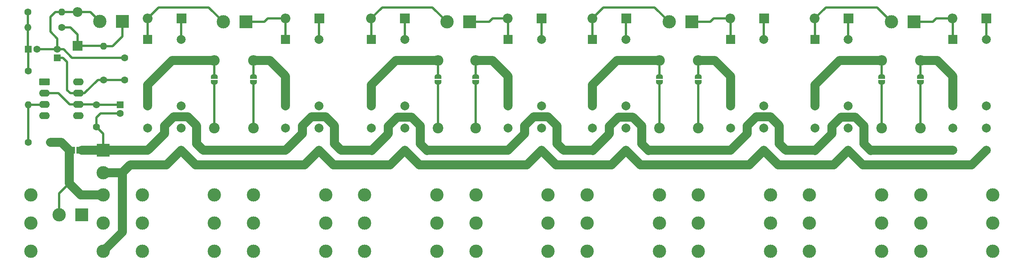
<source format=gtl>
%TF.GenerationSoftware,KiCad,Pcbnew,9.0.0+dfsg-1*%
%TF.CreationDate,2025-03-12T17:51:07+01:00*%
%TF.ProjectId,relays-array-8,72656c61-7973-42d6-9172-7261792d382e,1.0*%
%TF.SameCoordinates,Original*%
%TF.FileFunction,Copper,L1,Top*%
%TF.FilePolarity,Positive*%
%FSLAX46Y46*%
G04 Gerber Fmt 4.6, Leading zero omitted, Abs format (unit mm)*
G04 Created by KiCad (PCBNEW 9.0.0+dfsg-1) date 2025-03-12 17:51:07*
%MOMM*%
%LPD*%
G01*
G04 APERTURE LIST*
G04 Aperture macros list*
%AMRoundRect*
0 Rectangle with rounded corners*
0 $1 Rounding radius*
0 $2 $3 $4 $5 $6 $7 $8 $9 X,Y pos of 4 corners*
0 Add a 4 corners polygon primitive as box body*
4,1,4,$2,$3,$4,$5,$6,$7,$8,$9,$2,$3,0*
0 Add four circle primitives for the rounded corners*
1,1,$1+$1,$2,$3*
1,1,$1+$1,$4,$5*
1,1,$1+$1,$6,$7*
1,1,$1+$1,$8,$9*
0 Add four rect primitives between the rounded corners*
20,1,$1+$1,$2,$3,$4,$5,0*
20,1,$1+$1,$4,$5,$6,$7,0*
20,1,$1+$1,$6,$7,$8,$9,0*
20,1,$1+$1,$8,$9,$2,$3,0*%
%AMFreePoly0*
4,1,23,0.500000,-0.750000,0.000000,-0.750000,0.000000,-0.745722,-0.065263,-0.745722,-0.191342,-0.711940,-0.304381,-0.646677,-0.396677,-0.554381,-0.461940,-0.441342,-0.495722,-0.315263,-0.495722,-0.250000,-0.500000,-0.250000,-0.500000,0.250000,-0.495722,0.250000,-0.495722,0.315263,-0.461940,0.441342,-0.396677,0.554381,-0.304381,0.646677,-0.191342,0.711940,-0.065263,0.745722,0.000000,0.745722,
0.000000,0.750000,0.500000,0.750000,0.500000,-0.750000,0.500000,-0.750000,$1*%
%AMFreePoly1*
4,1,23,0.000000,0.745722,0.065263,0.745722,0.191342,0.711940,0.304381,0.646677,0.396677,0.554381,0.461940,0.441342,0.495722,0.315263,0.495722,0.250000,0.500000,0.250000,0.500000,-0.250000,0.495722,-0.250000,0.495722,-0.315263,0.461940,-0.441342,0.396677,-0.554381,0.304381,-0.646677,0.191342,-0.711940,0.065263,-0.745722,0.000000,-0.745722,0.000000,-0.750000,-0.500000,-0.750000,
-0.500000,0.750000,0.000000,0.750000,0.000000,0.745722,0.000000,0.745722,$1*%
G04 Aperture macros list end*
%TA.AperFunction,ComponentPad*%
%ADD10C,2.000000*%
%TD*%
%TA.AperFunction,ComponentPad*%
%ADD11R,2.000000X2.000000*%
%TD*%
%TA.AperFunction,ComponentPad*%
%ADD12C,2.400000*%
%TD*%
%TA.AperFunction,ComponentPad*%
%ADD13O,2.400000X2.400000*%
%TD*%
%TA.AperFunction,ComponentPad*%
%ADD14R,3.000000X3.000000*%
%TD*%
%TA.AperFunction,ComponentPad*%
%ADD15C,3.000000*%
%TD*%
%TA.AperFunction,ComponentPad*%
%ADD16R,2.200000X2.200000*%
%TD*%
%TA.AperFunction,ComponentPad*%
%ADD17O,2.200000X2.200000*%
%TD*%
%TA.AperFunction,ComponentPad*%
%ADD18C,1.600000*%
%TD*%
%TA.AperFunction,ComponentPad*%
%ADD19O,1.600000X1.600000*%
%TD*%
%TA.AperFunction,SMDPad,CuDef*%
%ADD20FreePoly0,270.000000*%
%TD*%
%TA.AperFunction,SMDPad,CuDef*%
%ADD21FreePoly1,270.000000*%
%TD*%
%TA.AperFunction,ComponentPad*%
%ADD22R,1.600000X1.600000*%
%TD*%
%TA.AperFunction,ComponentPad*%
%ADD23RoundRect,0.250000X-0.950000X-0.550000X0.950000X-0.550000X0.950000X0.550000X-0.950000X0.550000X0*%
%TD*%
%TA.AperFunction,ComponentPad*%
%ADD24O,2.400000X1.600000*%
%TD*%
%TA.AperFunction,SMDPad,CuDef*%
%ADD25R,1.000000X1.500000*%
%TD*%
%TA.AperFunction,Conductor*%
%ADD26C,0.500000*%
%TD*%
%TA.AperFunction,Conductor*%
%ADD27C,2.000000*%
%TD*%
G04 APERTURE END LIST*
D10*
%TO.P,K6,11*%
%TO.N,Net-(J8-PadS)*%
X196000000Y-95000000D03*
%TO.P,K6,12*%
%TO.N,Net-(JP6-A)*%
X196000000Y-90000000D03*
%TO.P,K6,14*%
%TO.N,/SIGNAL*%
X196000000Y-100000000D03*
%TO.P,K6,21*%
%TO.N,Net-(J8-PadT)*%
X203500000Y-95000000D03*
%TO.P,K6,22*%
%TO.N,Net-(JP6-B)*%
X203500000Y-90000000D03*
%TO.P,K6,24*%
%TO.N,GND*%
X203500000Y-100000000D03*
D11*
%TO.P,K6,A1*%
%TO.N,Net-(D6-A)*%
X196000000Y-75000000D03*
D10*
%TO.P,K6,A2*%
%TO.N,+12V*%
X203500000Y-75000000D03*
%TD*%
%TO.P,K3,11*%
%TO.N,Net-(J4-PadS)*%
X115270000Y-95000000D03*
%TO.P,K3,12*%
%TO.N,Net-(JP4-A)*%
X115270000Y-90000000D03*
%TO.P,K3,14*%
%TO.N,/SIGNAL*%
X115270000Y-100000000D03*
%TO.P,K3,21*%
%TO.N,Net-(J4-PadT)*%
X122770000Y-95000000D03*
%TO.P,K3,22*%
%TO.N,Net-(JP4-B)*%
X122770000Y-90000000D03*
%TO.P,K3,24*%
%TO.N,GND*%
X122770000Y-100000000D03*
D11*
%TO.P,K3,A1*%
%TO.N,Net-(D3-A)*%
X115270000Y-75000000D03*
D10*
%TO.P,K3,A2*%
%TO.N,+12V*%
X122770000Y-75000000D03*
%TD*%
D12*
%TO.P,R3,1*%
%TO.N,Net-(JP4-B)*%
X130270000Y-95000000D03*
D13*
%TO.P,R3,2*%
%TO.N,Net-(JP4-A)*%
X130270000Y-79760000D03*
%TD*%
D14*
%TO.P,J16,1,Pin_1*%
%TO.N,GND*%
X50180000Y-114500000D03*
D15*
%TO.P,J16,2,Pin_2*%
%TO.N,Net-(J16-Pin_2)*%
X45100000Y-114500000D03*
%TD*%
D10*
%TO.P,K7,11*%
%TO.N,Net-(J11-PadS)*%
X215000000Y-95000000D03*
%TO.P,K7,12*%
%TO.N,Net-(JP8-A)*%
X215000000Y-90000000D03*
%TO.P,K7,14*%
%TO.N,/SIGNAL*%
X215000000Y-100000000D03*
%TO.P,K7,21*%
%TO.N,Net-(J11-PadT)*%
X222500000Y-95000000D03*
%TO.P,K7,22*%
%TO.N,Net-(JP8-B)*%
X222500000Y-90000000D03*
%TO.P,K7,24*%
%TO.N,GND*%
X222500000Y-100000000D03*
D11*
%TO.P,K7,A1*%
%TO.N,Net-(D7-A)*%
X215000000Y-75000000D03*
D10*
%TO.P,K7,A2*%
%TO.N,+12V*%
X222500000Y-75000000D03*
%TD*%
D15*
%TO.P,J12,R*%
%TO.N,unconnected-(J12-PadR)*%
X255000000Y-116350000D03*
%TO.P,J12,RN*%
%TO.N,unconnected-(J12-PadRN)*%
X238770000Y-116350000D03*
%TO.P,J12,S*%
%TO.N,Net-(J12-PadS)*%
X255000000Y-122700000D03*
%TO.P,J12,SN*%
%TO.N,unconnected-(J12-PadSN)*%
X238770000Y-122700000D03*
%TO.P,J12,T*%
%TO.N,Net-(J12-PadT)*%
X255000000Y-110000000D03*
%TO.P,J12,TN*%
%TO.N,unconnected-(J12-PadTN)*%
X238770000Y-110000000D03*
%TD*%
D12*
%TO.P,R4,1*%
%TO.N,Net-(JP5-B)*%
X138750000Y-95000000D03*
D13*
%TO.P,R4,2*%
%TO.N,Net-(JP5-A)*%
X138750000Y-79760000D03*
%TD*%
D16*
%TO.P,D2,1,K*%
%TO.N,+12V*%
X103560000Y-70250000D03*
D17*
%TO.P,D2,2,A*%
%TO.N,Net-(D2-A)*%
X95940000Y-70250000D03*
%TD*%
D18*
%TO.P,C2,1*%
%TO.N,Net-(U1-+)*%
X38100000Y-98200000D03*
%TO.P,C2,2*%
%TO.N,Net-(J16-Pin_2)*%
X43100000Y-98200000D03*
%TD*%
%TO.P,R13,1*%
%TO.N,VCC*%
X55100000Y-84100000D03*
D19*
%TO.P,R13,2*%
%TO.N,+12V*%
X55100000Y-76480000D03*
%TD*%
D16*
%TO.P,D7,1,K*%
%TO.N,+12V*%
X222560000Y-70250000D03*
D17*
%TO.P,D7,2,A*%
%TO.N,Net-(D7-A)*%
X214940000Y-70250000D03*
%TD*%
D16*
%TO.P,D6,1,K*%
%TO.N,+12V*%
X203560000Y-70250000D03*
D17*
%TO.P,D6,2,A*%
%TO.N,Net-(D6-A)*%
X195940000Y-70250000D03*
%TD*%
D14*
%TO.P,J9,1,Pin_1*%
%TO.N,Net-(D6-A)*%
X187290000Y-71000000D03*
D15*
%TO.P,J9,2,Pin_2*%
%TO.N,Net-(D5-A)*%
X182210000Y-71000000D03*
%TD*%
D20*
%TO.P,JP9,1,A*%
%TO.N,Net-(JP9-A)*%
X238750000Y-83350000D03*
D21*
%TO.P,JP9,2,B*%
%TO.N,Net-(JP9-B)*%
X238750000Y-84650000D03*
%TD*%
D22*
%TO.P,C8,1*%
%TO.N,Net-(U1--)*%
X58800000Y-89700000D03*
D18*
%TO.P,C8,2*%
%TO.N,/SIGNAL*%
X58800000Y-91700000D03*
%TD*%
D16*
%TO.P,D3,1,K*%
%TO.N,+12V*%
X122830000Y-70250000D03*
D17*
%TO.P,D3,2,A*%
%TO.N,Net-(D3-A)*%
X115210000Y-70250000D03*
%TD*%
D12*
%TO.P,R7,1*%
%TO.N,Net-(JP8-B)*%
X230000000Y-95000000D03*
D13*
%TO.P,R7,2*%
%TO.N,Net-(JP8-A)*%
X230000000Y-79760000D03*
%TD*%
D10*
%TO.P,K4,11*%
%TO.N,Net-(J5-PadS)*%
X146000000Y-95000000D03*
%TO.P,K4,12*%
%TO.N,Net-(JP5-A)*%
X146000000Y-90000000D03*
%TO.P,K4,14*%
%TO.N,/SIGNAL*%
X146000000Y-100000000D03*
%TO.P,K4,21*%
%TO.N,Net-(J5-PadT)*%
X153500000Y-95000000D03*
%TO.P,K4,22*%
%TO.N,Net-(JP5-B)*%
X153500000Y-90000000D03*
%TO.P,K4,24*%
%TO.N,GND*%
X153500000Y-100000000D03*
D11*
%TO.P,K4,A1*%
%TO.N,Net-(D4-A)*%
X146000000Y-75000000D03*
D10*
%TO.P,K4,A2*%
%TO.N,+12V*%
X153500000Y-75000000D03*
%TD*%
D16*
%TO.P,D8,1,K*%
%TO.N,+12V*%
X253560000Y-70250000D03*
D17*
%TO.P,D8,2,A*%
%TO.N,Net-(D8-A)*%
X245940000Y-70250000D03*
%TD*%
D15*
%TO.P,J4,R*%
%TO.N,unconnected-(J4-PadR)*%
X130000000Y-116350000D03*
%TO.P,J4,RN*%
%TO.N,unconnected-(J4-PadRN)*%
X113770000Y-116350000D03*
%TO.P,J4,S*%
%TO.N,Net-(J4-PadS)*%
X130000000Y-122700000D03*
%TO.P,J4,SN*%
%TO.N,unconnected-(J4-PadSN)*%
X113770000Y-122700000D03*
%TO.P,J4,T*%
%TO.N,Net-(J4-PadT)*%
X130000000Y-110000000D03*
%TO.P,J4,TN*%
%TO.N,unconnected-(J4-PadTN)*%
X113770000Y-110000000D03*
%TD*%
D12*
%TO.P,R5,1*%
%TO.N,Net-(JP7-B)*%
X180000000Y-95000000D03*
D13*
%TO.P,R5,2*%
%TO.N,Net-(JP7-A)*%
X180000000Y-79760000D03*
%TD*%
D15*
%TO.P,J2,R*%
%TO.N,unconnected-(J2-PadR)*%
X105000000Y-116350000D03*
%TO.P,J2,RN*%
%TO.N,unconnected-(J2-PadRN)*%
X88770000Y-116350000D03*
%TO.P,J2,S*%
%TO.N,Net-(J2-PadS)*%
X105000000Y-122700000D03*
%TO.P,J2,SN*%
%TO.N,unconnected-(J2-PadSN)*%
X88770000Y-122700000D03*
%TO.P,J2,T*%
%TO.N,Net-(J2-PadT)*%
X105000000Y-110000000D03*
%TO.P,J2,TN*%
%TO.N,unconnected-(J2-PadTN)*%
X88770000Y-110000000D03*
%TD*%
D22*
%TO.P,C10,1*%
%TO.N,GNDS*%
X38100000Y-77200000D03*
D18*
%TO.P,C10,2*%
%TO.N,GND*%
X40100000Y-77200000D03*
%TD*%
D16*
%TO.P,D9,1,K*%
%TO.N,+12V*%
X49200000Y-76410000D03*
D17*
%TO.P,D9,2,A*%
%TO.N,GND*%
X49200000Y-68790000D03*
%TD*%
D16*
%TO.P,D4,1,K*%
%TO.N,+12V*%
X153560000Y-70250000D03*
D17*
%TO.P,D4,2,A*%
%TO.N,Net-(D4-A)*%
X145940000Y-70250000D03*
%TD*%
D15*
%TO.P,J14,R*%
%TO.N,unconnected-(J14-PadR)*%
X55000000Y-116350000D03*
%TO.P,J14,RN*%
%TO.N,unconnected-(J14-PadRN)*%
X38770000Y-116350000D03*
%TO.P,J14,S*%
%TO.N,GND*%
X55000000Y-122700000D03*
%TO.P,J14,SN*%
%TO.N,unconnected-(J14-PadSN)*%
X38770000Y-122700000D03*
%TO.P,J14,T*%
%TO.N,Net-(J16-Pin_2)*%
X55000000Y-110000000D03*
%TO.P,J14,TN*%
%TO.N,unconnected-(J14-PadTN)*%
X38770000Y-110000000D03*
%TD*%
D12*
%TO.P,R2,1*%
%TO.N,Net-(JP2-B)*%
X88750000Y-95000000D03*
D13*
%TO.P,R2,2*%
%TO.N,Net-(JP2-A)*%
X88750000Y-79760000D03*
%TD*%
D15*
%TO.P,J8,R*%
%TO.N,unconnected-(J8-PadR)*%
X205000000Y-116350000D03*
%TO.P,J8,RN*%
%TO.N,unconnected-(J8-PadRN)*%
X188770000Y-116350000D03*
%TO.P,J8,S*%
%TO.N,Net-(J8-PadS)*%
X205000000Y-122700000D03*
%TO.P,J8,SN*%
%TO.N,unconnected-(J8-PadSN)*%
X188770000Y-122700000D03*
%TO.P,J8,T*%
%TO.N,Net-(J8-PadT)*%
X205000000Y-110000000D03*
%TO.P,J8,TN*%
%TO.N,unconnected-(J8-PadTN)*%
X188770000Y-110000000D03*
%TD*%
D10*
%TO.P,K1,11*%
%TO.N,Net-(J1-PadS)*%
X65000000Y-95000000D03*
%TO.P,K1,12*%
%TO.N,Net-(JP3-A)*%
X65000000Y-90000000D03*
%TO.P,K1,14*%
%TO.N,/SIGNAL*%
X65000000Y-100000000D03*
%TO.P,K1,21*%
%TO.N,Net-(J1-PadT)*%
X72500000Y-95000000D03*
%TO.P,K1,22*%
%TO.N,Net-(JP3-B)*%
X72500000Y-90000000D03*
%TO.P,K1,24*%
%TO.N,GND*%
X72500000Y-100000000D03*
D11*
%TO.P,K1,A1*%
%TO.N,Net-(D1-A)*%
X65000000Y-75000000D03*
D10*
%TO.P,K1,A2*%
%TO.N,+12V*%
X72500000Y-75000000D03*
%TD*%
D16*
%TO.P,D1,1,K*%
%TO.N,+12V*%
X72560000Y-70250000D03*
D17*
%TO.P,D1,2,A*%
%TO.N,Net-(D1-A)*%
X64940000Y-70250000D03*
%TD*%
D18*
%TO.P,R16,1*%
%TO.N,GNDS*%
X38100000Y-82080000D03*
D19*
%TO.P,R16,2*%
%TO.N,Net-(U1-+)*%
X38100000Y-89700000D03*
%TD*%
D15*
%TO.P,J1,R*%
%TO.N,unconnected-(J1-PadR)*%
X80000000Y-116350000D03*
%TO.P,J1,RN*%
%TO.N,unconnected-(J1-PadRN)*%
X63770000Y-116350000D03*
%TO.P,J1,S*%
%TO.N,Net-(J1-PadS)*%
X80000000Y-122700000D03*
%TO.P,J1,SN*%
%TO.N,unconnected-(J1-PadSN)*%
X63770000Y-122700000D03*
%TO.P,J1,T*%
%TO.N,Net-(J1-PadT)*%
X80000000Y-110000000D03*
%TO.P,J1,TN*%
%TO.N,unconnected-(J1-PadTN)*%
X63770000Y-110000000D03*
%TD*%
D12*
%TO.P,R8,1*%
%TO.N,Net-(JP9-B)*%
X238750000Y-95000000D03*
D13*
%TO.P,R8,2*%
%TO.N,Net-(JP9-A)*%
X238750000Y-79760000D03*
%TD*%
D16*
%TO.P,D5,1,K*%
%TO.N,+12V*%
X172560000Y-70250000D03*
D17*
%TO.P,D5,2,A*%
%TO.N,Net-(D5-A)*%
X164940000Y-70250000D03*
%TD*%
D20*
%TO.P,JP5,1,A*%
%TO.N,Net-(JP5-A)*%
X138750000Y-83350000D03*
D21*
%TO.P,JP5,2,B*%
%TO.N,Net-(JP5-B)*%
X138750000Y-84650000D03*
%TD*%
D10*
%TO.P,K2,11*%
%TO.N,Net-(J2-PadS)*%
X96000000Y-95000000D03*
%TO.P,K2,12*%
%TO.N,Net-(JP2-A)*%
X96000000Y-90000000D03*
%TO.P,K2,14*%
%TO.N,/SIGNAL*%
X96000000Y-100000000D03*
%TO.P,K2,21*%
%TO.N,Net-(J2-PadT)*%
X103500000Y-95000000D03*
%TO.P,K2,22*%
%TO.N,Net-(JP2-B)*%
X103500000Y-90000000D03*
%TO.P,K2,24*%
%TO.N,GND*%
X103500000Y-100000000D03*
D11*
%TO.P,K2,A1*%
%TO.N,Net-(D2-A)*%
X96000000Y-75000000D03*
D10*
%TO.P,K2,A2*%
%TO.N,+12V*%
X103500000Y-75000000D03*
%TD*%
D18*
%TO.P,R9,1*%
%TO.N,GND*%
X59300000Y-107600000D03*
D19*
%TO.P,R9,2*%
%TO.N,/SIGNAL*%
X59300000Y-99980000D03*
%TD*%
D20*
%TO.P,JP7,1,A*%
%TO.N,Net-(JP7-A)*%
X180000000Y-83350000D03*
D21*
%TO.P,JP7,2,B*%
%TO.N,Net-(JP7-B)*%
X180000000Y-84650000D03*
%TD*%
D18*
%TO.P,C1,1*%
%TO.N,/SIGNAL*%
X53500000Y-94700000D03*
%TO.P,C1,2*%
%TO.N,Net-(U1--)*%
X53500000Y-89700000D03*
%TD*%
D12*
%TO.P,R1,1*%
%TO.N,Net-(JP3-B)*%
X80000000Y-95000000D03*
D13*
%TO.P,R1,2*%
%TO.N,Net-(JP3-A)*%
X80000000Y-79760000D03*
%TD*%
D20*
%TO.P,JP6,1,A*%
%TO.N,Net-(JP6-A)*%
X188750000Y-83350000D03*
D21*
%TO.P,JP6,2,B*%
%TO.N,Net-(JP6-B)*%
X188750000Y-84650000D03*
%TD*%
D14*
%TO.P,J6,1,Pin_1*%
%TO.N,Net-(D4-A)*%
X137330000Y-71000000D03*
D15*
%TO.P,J6,2,Pin_2*%
%TO.N,Net-(D3-A)*%
X132250000Y-71000000D03*
%TD*%
D20*
%TO.P,JP3,1,A*%
%TO.N,Net-(JP3-A)*%
X80000000Y-83350000D03*
D21*
%TO.P,JP3,2,B*%
%TO.N,Net-(JP3-B)*%
X80000000Y-84650000D03*
%TD*%
D18*
%TO.P,R15,1*%
%TO.N,GNDS*%
X38080000Y-68800000D03*
D19*
%TO.P,R15,2*%
%TO.N,GND*%
X45700000Y-68800000D03*
%TD*%
D14*
%TO.P,J3,1,Pin_1*%
%TO.N,Net-(D2-A)*%
X87040000Y-71000000D03*
D15*
%TO.P,J3,2,Pin_2*%
%TO.N,Net-(D1-A)*%
X81960000Y-71000000D03*
%TD*%
D12*
%TO.P,R6,1*%
%TO.N,Net-(JP6-B)*%
X188750000Y-95000000D03*
D13*
%TO.P,R6,2*%
%TO.N,Net-(JP6-A)*%
X188750000Y-79760000D03*
%TD*%
D23*
%TO.P,U1,1,VOS*%
%TO.N,unconnected-(U1-VOS-Pad1)*%
X41790000Y-84590000D03*
D24*
%TO.P,U1,2,-*%
%TO.N,Net-(U1--)*%
X41790000Y-87130000D03*
%TO.P,U1,3,+*%
%TO.N,Net-(U1-+)*%
X41790000Y-89670000D03*
%TO.P,U1,4,V-*%
%TO.N,GND*%
X41790000Y-92210000D03*
%TO.P,U1,5,NC*%
%TO.N,unconnected-(U1-NC-Pad5)*%
X49410000Y-92210000D03*
%TO.P,U1,6*%
%TO.N,Net-(U1--)*%
X49410000Y-89670000D03*
%TO.P,U1,7,V+*%
%TO.N,VCC*%
X49410000Y-87130000D03*
%TO.P,U1,8,VOS*%
%TO.N,unconnected-(U1-VOS-Pad8)*%
X49410000Y-84590000D03*
%TD*%
D15*
%TO.P,J7,R*%
%TO.N,unconnected-(J7-PadR)*%
X180000000Y-116350000D03*
%TO.P,J7,RN*%
%TO.N,unconnected-(J7-PadRN)*%
X163770000Y-116350000D03*
%TO.P,J7,S*%
%TO.N,Net-(J7-PadS)*%
X180000000Y-122700000D03*
%TO.P,J7,SN*%
%TO.N,unconnected-(J7-PadSN)*%
X163770000Y-122700000D03*
%TO.P,J7,T*%
%TO.N,Net-(J7-PadT)*%
X180000000Y-110000000D03*
%TO.P,J7,TN*%
%TO.N,unconnected-(J7-PadTN)*%
X163770000Y-110000000D03*
%TD*%
%TO.P,J11,R*%
%TO.N,unconnected-(J11-PadR)*%
X230000000Y-116350000D03*
%TO.P,J11,RN*%
%TO.N,unconnected-(J11-PadRN)*%
X213770000Y-116350000D03*
%TO.P,J11,S*%
%TO.N,Net-(J11-PadS)*%
X230000000Y-122700000D03*
%TO.P,J11,SN*%
%TO.N,unconnected-(J11-PadSN)*%
X213770000Y-122700000D03*
%TO.P,J11,T*%
%TO.N,Net-(J11-PadT)*%
X230000000Y-110000000D03*
%TO.P,J11,TN*%
%TO.N,unconnected-(J11-PadTN)*%
X213770000Y-110000000D03*
%TD*%
D14*
%TO.P,J13,1,Pin_1*%
%TO.N,Net-(D8-A)*%
X237290000Y-71000000D03*
D15*
%TO.P,J13,2,Pin_2*%
%TO.N,Net-(D7-A)*%
X232210000Y-71000000D03*
%TD*%
%TO.P,J5,R*%
%TO.N,unconnected-(J5-PadR)*%
X155000000Y-116350000D03*
%TO.P,J5,RN*%
%TO.N,unconnected-(J5-PadRN)*%
X138770000Y-116350000D03*
%TO.P,J5,S*%
%TO.N,Net-(J5-PadS)*%
X155000000Y-122700000D03*
%TO.P,J5,SN*%
%TO.N,unconnected-(J5-PadSN)*%
X138770000Y-122700000D03*
%TO.P,J5,T*%
%TO.N,Net-(J5-PadT)*%
X155000000Y-110000000D03*
%TO.P,J5,TN*%
%TO.N,unconnected-(J5-PadTN)*%
X138770000Y-110000000D03*
%TD*%
D20*
%TO.P,JP4,1,A*%
%TO.N,Net-(JP4-A)*%
X130270000Y-83350000D03*
D21*
%TO.P,JP4,2,B*%
%TO.N,Net-(JP4-B)*%
X130270000Y-84650000D03*
%TD*%
D14*
%TO.P,J15,1,Pin_1*%
%TO.N,/SIGNAL*%
X55000000Y-100000000D03*
D15*
%TO.P,J15,2,Pin_2*%
%TO.N,GND*%
X55000000Y-105080000D03*
%TD*%
D18*
%TO.P,R14,1*%
%TO.N,+12V*%
X45700000Y-72300000D03*
D19*
%TO.P,R14,2*%
%TO.N,GNDS*%
X38080000Y-72300000D03*
%TD*%
D10*
%TO.P,K5,11*%
%TO.N,Net-(J7-PadS)*%
X165000000Y-95000000D03*
%TO.P,K5,12*%
%TO.N,Net-(JP7-A)*%
X165000000Y-90000000D03*
%TO.P,K5,14*%
%TO.N,/SIGNAL*%
X165000000Y-100000000D03*
%TO.P,K5,21*%
%TO.N,Net-(J7-PadT)*%
X172500000Y-95000000D03*
%TO.P,K5,22*%
%TO.N,Net-(JP7-B)*%
X172500000Y-90000000D03*
%TO.P,K5,24*%
%TO.N,GND*%
X172500000Y-100000000D03*
D11*
%TO.P,K5,A1*%
%TO.N,Net-(D5-A)*%
X165000000Y-75000000D03*
D10*
%TO.P,K5,A2*%
%TO.N,+12V*%
X172500000Y-75000000D03*
%TD*%
D22*
%TO.P,C7,1*%
%TO.N,VCC*%
X44700000Y-79155113D03*
D18*
%TO.P,C7,2*%
%TO.N,GND*%
X44700000Y-77155113D03*
%TD*%
D10*
%TO.P,K8,11*%
%TO.N,Net-(J12-PadS)*%
X246000000Y-95000000D03*
%TO.P,K8,12*%
%TO.N,Net-(JP9-A)*%
X246000000Y-90000000D03*
%TO.P,K8,14*%
%TO.N,/SIGNAL*%
X246000000Y-100000000D03*
%TO.P,K8,21*%
%TO.N,Net-(J12-PadT)*%
X253500000Y-95000000D03*
%TO.P,K8,22*%
%TO.N,Net-(JP9-B)*%
X253500000Y-90000000D03*
%TO.P,K8,24*%
%TO.N,GND*%
X253500000Y-100000000D03*
D11*
%TO.P,K8,A1*%
%TO.N,Net-(D8-A)*%
X246000000Y-75000000D03*
D10*
%TO.P,K8,A2*%
%TO.N,+12V*%
X253500000Y-75000000D03*
%TD*%
D18*
%TO.P,C3,1*%
%TO.N,VCC*%
X59800000Y-84100000D03*
%TO.P,C3,2*%
%TO.N,GND*%
X59800000Y-79100000D03*
%TD*%
D20*
%TO.P,JP8,1,A*%
%TO.N,Net-(JP8-A)*%
X230000000Y-83350000D03*
D21*
%TO.P,JP8,2,B*%
%TO.N,Net-(JP8-B)*%
X230000000Y-84650000D03*
%TD*%
D25*
%TO.P,JPX1,1,A*%
%TO.N,/SIGNAL*%
X49450000Y-100000000D03*
%TO.P,JPX1,2,B*%
%TO.N,Net-(J16-Pin_2)*%
X48150000Y-100000000D03*
%TD*%
D14*
%TO.P,J10,1,Pin_1*%
%TO.N,+12V*%
X59280000Y-70900000D03*
D15*
%TO.P,J10,2,Pin_2*%
%TO.N,GND*%
X54200000Y-70900000D03*
%TD*%
D20*
%TO.P,JP2,1,A*%
%TO.N,Net-(JP2-A)*%
X88750000Y-83350000D03*
D21*
%TO.P,JP2,2,B*%
%TO.N,Net-(JP2-B)*%
X88750000Y-84650000D03*
%TD*%
D26*
%TO.N,Net-(D1-A)*%
X64940000Y-70250000D02*
X67440000Y-67750000D01*
X67440000Y-67750000D02*
X78710000Y-67750000D01*
X65000000Y-75000000D02*
X65000000Y-70310000D01*
X65000000Y-70310000D02*
X64940000Y-70250000D01*
X78710000Y-67750000D02*
X81960000Y-71000000D01*
%TO.N,+12V*%
X172500000Y-75000000D02*
X172500000Y-70310000D01*
X122770000Y-70310000D02*
X122830000Y-70250000D01*
X49200000Y-76410000D02*
X49200000Y-73900000D01*
X103500000Y-75000000D02*
X103500000Y-70310000D01*
X49200000Y-73900000D02*
X47600000Y-72300000D01*
X153500000Y-70310000D02*
X153560000Y-70250000D01*
X72500000Y-75000000D02*
X72500000Y-70310000D01*
X49200000Y-76410000D02*
X55030000Y-76410000D01*
X172500000Y-70310000D02*
X172560000Y-70250000D01*
X57120000Y-76480000D02*
X59300000Y-74300000D01*
X55100000Y-76480000D02*
X57120000Y-76480000D01*
X203500000Y-75000000D02*
X203500000Y-70310000D01*
X72500000Y-70310000D02*
X72560000Y-70250000D01*
X59300000Y-74300000D02*
X59280000Y-74280000D01*
X103500000Y-70310000D02*
X103560000Y-70250000D01*
X203500000Y-70310000D02*
X203560000Y-70250000D01*
X122770000Y-75000000D02*
X122770000Y-70310000D01*
X153500000Y-75000000D02*
X153500000Y-70310000D01*
X253500000Y-75000000D02*
X253500000Y-70310000D01*
X222500000Y-70310000D02*
X222560000Y-70250000D01*
X55030000Y-76410000D02*
X55100000Y-76480000D01*
X59280000Y-74280000D02*
X59280000Y-70900000D01*
X222500000Y-75000000D02*
X222500000Y-70310000D01*
X47600000Y-72300000D02*
X45700000Y-72300000D01*
X253500000Y-70310000D02*
X253560000Y-70250000D01*
%TO.N,Net-(D2-A)*%
X92000000Y-70250000D02*
X91250000Y-71000000D01*
X91250000Y-71000000D02*
X87040000Y-71000000D01*
X96000000Y-75000000D02*
X96000000Y-70310000D01*
X95940000Y-70250000D02*
X92000000Y-70250000D01*
X96000000Y-70310000D02*
X95940000Y-70250000D01*
%TO.N,Net-(D3-A)*%
X115210000Y-70250000D02*
X117710000Y-67750000D01*
X129000000Y-67750000D02*
X132250000Y-71000000D01*
X115270000Y-70310000D02*
X115210000Y-70250000D01*
X115270000Y-75000000D02*
X115270000Y-70310000D01*
X117710000Y-67750000D02*
X129000000Y-67750000D01*
%TO.N,Net-(D4-A)*%
X145940000Y-70250000D02*
X142500000Y-70250000D01*
X142500000Y-70250000D02*
X141750000Y-71000000D01*
X146000000Y-70310000D02*
X145940000Y-70250000D01*
X141750000Y-71000000D02*
X137330000Y-71000000D01*
X146000000Y-75000000D02*
X146000000Y-70310000D01*
%TO.N,Net-(D5-A)*%
X165000000Y-75000000D02*
X165000000Y-70310000D01*
X165000000Y-70310000D02*
X164940000Y-70250000D01*
X164940000Y-70250000D02*
X167440000Y-67750000D01*
X178960000Y-67750000D02*
X182210000Y-71000000D01*
X167440000Y-67750000D02*
X178960000Y-67750000D01*
%TO.N,Net-(D6-A)*%
X196000000Y-70310000D02*
X195940000Y-70250000D01*
X196000000Y-75000000D02*
X196000000Y-70310000D01*
X195940000Y-70250000D02*
X192250000Y-70250000D01*
X192250000Y-70250000D02*
X191500000Y-71000000D01*
X191500000Y-71000000D02*
X187290000Y-71000000D01*
D27*
%TO.N,/SIGNAL*%
X155000000Y-92451000D02*
X157000000Y-94451000D01*
X107000000Y-94451000D02*
X107000000Y-98500000D01*
X208500000Y-100000000D02*
X215020000Y-100000000D01*
X165045000Y-100025000D02*
X168795000Y-96275000D01*
X74000000Y-92451000D02*
X76000000Y-94451000D01*
X176045000Y-94476000D02*
X176045000Y-98525000D01*
X119065000Y-96275000D02*
X119065000Y-94525000D01*
X224045000Y-92476000D02*
X226045000Y-94476000D01*
X170844000Y-92476000D02*
X174045000Y-92476000D01*
X149750000Y-94500000D02*
X151799000Y-92451000D01*
X201799000Y-92451000D02*
X205000000Y-92451000D01*
X157000000Y-94451000D02*
X157000000Y-98500000D01*
X227545000Y-100025000D02*
X227570000Y-100000000D01*
X55000000Y-100000000D02*
X50200000Y-100000000D01*
X218795000Y-94525000D02*
X220844000Y-92476000D01*
X207000000Y-98500000D02*
X208500000Y-100000000D01*
X165020000Y-100000000D02*
X165045000Y-100025000D01*
X77500000Y-100000000D02*
X96000000Y-100000000D01*
X68750000Y-94500000D02*
X70799000Y-92451000D01*
X196000000Y-100000000D02*
X199750000Y-96250000D01*
X157000000Y-98500000D02*
X158500000Y-100000000D01*
X176045000Y-98525000D02*
X177545000Y-100025000D01*
X199750000Y-96250000D02*
X199750000Y-94500000D01*
X126315000Y-98525000D02*
X127815000Y-100025000D01*
X107000000Y-98500000D02*
X108500000Y-100000000D01*
X115315000Y-100025000D02*
X119065000Y-96275000D01*
X101799000Y-92451000D02*
X105000000Y-92451000D01*
X174045000Y-92476000D02*
X176045000Y-94476000D01*
X99750000Y-94500000D02*
X101799000Y-92451000D01*
X108500000Y-100000000D02*
X115270000Y-100000000D01*
X127840000Y-100000000D02*
X146000000Y-100000000D01*
X65000000Y-100000000D02*
X68750000Y-96250000D01*
X76000000Y-94451000D02*
X76000000Y-98500000D01*
X218795000Y-96275000D02*
X218795000Y-94525000D01*
X215020000Y-100000000D02*
X215045000Y-100025000D01*
D26*
X58800000Y-91700000D02*
X54400000Y-91700000D01*
D27*
X151799000Y-92451000D02*
X155000000Y-92451000D01*
X220844000Y-92476000D02*
X224045000Y-92476000D01*
X99750000Y-96250000D02*
X99750000Y-94500000D01*
X70799000Y-92451000D02*
X74000000Y-92451000D01*
D26*
X53500000Y-94700000D02*
X55000000Y-96200000D01*
D27*
X96000000Y-100000000D02*
X99750000Y-96250000D01*
X205000000Y-92451000D02*
X207000000Y-94451000D01*
X68750000Y-96250000D02*
X68750000Y-94500000D01*
X59300000Y-99980000D02*
X55020000Y-99980000D01*
X59320000Y-100000000D02*
X59300000Y-99980000D01*
X65000000Y-100000000D02*
X59320000Y-100000000D01*
X146000000Y-100000000D02*
X149750000Y-96250000D01*
D26*
X54400000Y-91700000D02*
X53500000Y-92600000D01*
D27*
X199750000Y-94500000D02*
X201799000Y-92451000D01*
X105000000Y-92451000D02*
X107000000Y-94451000D01*
X215045000Y-100025000D02*
X218795000Y-96275000D01*
X168795000Y-96275000D02*
X168795000Y-94525000D01*
X226045000Y-98525000D02*
X227545000Y-100025000D01*
X149750000Y-96250000D02*
X149750000Y-94500000D01*
X158500000Y-100000000D02*
X165020000Y-100000000D01*
X127815000Y-100025000D02*
X127840000Y-100000000D01*
D26*
X55000000Y-96200000D02*
X55000000Y-100000000D01*
D27*
X177545000Y-100025000D02*
X177570000Y-100000000D01*
X226045000Y-94476000D02*
X226045000Y-98525000D01*
D26*
X53500000Y-92600000D02*
X53500000Y-94700000D01*
D27*
X55020000Y-99980000D02*
X55000000Y-100000000D01*
X168795000Y-94525000D02*
X170844000Y-92476000D01*
X119065000Y-94525000D02*
X121114000Y-92476000D01*
X76000000Y-98500000D02*
X77500000Y-100000000D01*
X207000000Y-94451000D02*
X207000000Y-98500000D01*
X124315000Y-92476000D02*
X126315000Y-94476000D01*
X177570000Y-100000000D02*
X196000000Y-100000000D01*
X121114000Y-92476000D02*
X124315000Y-92476000D01*
X126315000Y-94476000D02*
X126315000Y-98525000D01*
X227570000Y-100000000D02*
X246000000Y-100000000D01*
%TO.N,GND*%
X119520000Y-103250000D02*
X122770000Y-100000000D01*
X103500000Y-100000000D02*
X106750000Y-103250000D01*
X150250000Y-103250000D02*
X153500000Y-100000000D01*
X59300000Y-107600000D02*
X59300000Y-105000000D01*
X59220000Y-105080000D02*
X55000000Y-105080000D01*
D26*
X49190000Y-68800000D02*
X49200000Y-68790000D01*
D27*
X59300000Y-105000000D02*
X59220000Y-105080000D01*
X200250000Y-103250000D02*
X203500000Y-100000000D01*
X59300000Y-105000000D02*
X61050000Y-103250000D01*
X156750000Y-103250000D02*
X169250000Y-103250000D01*
X72500000Y-100000000D02*
X75750000Y-103250000D01*
X126020000Y-103250000D02*
X150250000Y-103250000D01*
D26*
X45700000Y-68800000D02*
X49190000Y-68800000D01*
D27*
X59300000Y-118400000D02*
X59300000Y-107600000D01*
X61050000Y-103250000D02*
X69250000Y-103250000D01*
X75750000Y-103250000D02*
X100250000Y-103250000D01*
X169250000Y-103250000D02*
X172500000Y-100000000D01*
D26*
X43100000Y-73200000D02*
X43100000Y-69900000D01*
X49200000Y-68790000D02*
X52090000Y-68790000D01*
D27*
X203500000Y-100000000D02*
X206750000Y-103250000D01*
X55000000Y-122700000D02*
X59300000Y-118400000D01*
D26*
X44200000Y-68800000D02*
X45700000Y-68800000D01*
D27*
X100250000Y-103250000D02*
X103500000Y-100000000D01*
X250250000Y-103250000D02*
X253500000Y-100000000D01*
X122770000Y-100000000D02*
X126020000Y-103250000D01*
D26*
X48000000Y-79100000D02*
X59800000Y-79100000D01*
D27*
X225750000Y-103250000D02*
X250250000Y-103250000D01*
D26*
X40144887Y-77155113D02*
X40100000Y-77200000D01*
X44700000Y-77155113D02*
X46055113Y-77155113D01*
D27*
X172500000Y-100000000D02*
X175750000Y-103250000D01*
X153500000Y-100000000D02*
X156750000Y-103250000D01*
X222500000Y-100000000D02*
X225750000Y-103250000D01*
D26*
X46055113Y-77155113D02*
X48000000Y-79100000D01*
X52090000Y-68790000D02*
X54200000Y-70900000D01*
D27*
X219250000Y-103250000D02*
X222500000Y-100000000D01*
D26*
X44700000Y-74800000D02*
X43100000Y-73200000D01*
D27*
X175750000Y-103250000D02*
X200250000Y-103250000D01*
X69250000Y-103250000D02*
X72500000Y-100000000D01*
X206750000Y-103250000D02*
X219250000Y-103250000D01*
X106750000Y-103250000D02*
X119520000Y-103250000D01*
D26*
X44700000Y-77155113D02*
X40144887Y-77155113D01*
X43100000Y-69900000D02*
X44200000Y-68800000D01*
X44700000Y-77155113D02*
X44700000Y-74800000D01*
D27*
%TO.N,Net-(JP2-A)*%
X92510000Y-79760000D02*
X88750000Y-79760000D01*
D26*
X88750000Y-83350000D02*
X88750000Y-79760000D01*
D27*
X96000000Y-83250000D02*
X92510000Y-79760000D01*
X96000000Y-90000000D02*
X96000000Y-83250000D01*
D26*
%TO.N,Net-(JP2-B)*%
X88750000Y-84650000D02*
X88750000Y-95000000D01*
%TO.N,Net-(JP3-B)*%
X80000000Y-84650000D02*
X80000000Y-95000000D01*
D27*
%TO.N,Net-(JP3-A)*%
X65005000Y-85240000D02*
X70495000Y-79750000D01*
D26*
X80000000Y-83350000D02*
X80000000Y-79760000D01*
D27*
X65005000Y-89990000D02*
X65005000Y-85240000D01*
X70505000Y-79760000D02*
X80000000Y-79760000D01*
X70495000Y-79750000D02*
X70505000Y-79760000D01*
%TO.N,Net-(JP4-A)*%
X115252500Y-89980000D02*
X115252500Y-85230000D01*
X120752500Y-79750000D02*
X130247500Y-79750000D01*
X115252500Y-85230000D02*
X120742500Y-79740000D01*
D26*
X130270000Y-83350000D02*
X130270000Y-79760000D01*
%TO.N,Net-(JP4-B)*%
X130270000Y-84650000D02*
X130270000Y-95000000D01*
%TO.N,Net-(JP5-B)*%
X138750000Y-84650000D02*
X138750000Y-95000000D01*
%TO.N,Net-(JP5-A)*%
X138750000Y-83350000D02*
X138750000Y-79760000D01*
D27*
X142510000Y-79760000D02*
X138750000Y-79760000D01*
X146000000Y-90000000D02*
X146000000Y-83250000D01*
X146000000Y-83250000D02*
X142510000Y-79760000D01*
%TO.N,Net-(JP6-A)*%
X196000000Y-83250000D02*
X192510000Y-79760000D01*
X192510000Y-79760000D02*
X188750000Y-79760000D01*
X196000000Y-90000000D02*
X196000000Y-83250000D01*
D26*
X188750000Y-83350000D02*
X188750000Y-79760000D01*
%TO.N,Net-(JP6-B)*%
X188750000Y-84650000D02*
X188750000Y-95000000D01*
D27*
%TO.N,Net-(JP7-A)*%
X170505000Y-79760000D02*
X180000000Y-79760000D01*
D26*
X180000000Y-83350000D02*
X180000000Y-79760000D01*
D27*
X165005000Y-89990000D02*
X165005000Y-85240000D01*
X165005000Y-85240000D02*
X170495000Y-79750000D01*
D26*
%TO.N,Net-(JP7-B)*%
X180000000Y-84650000D02*
X180000000Y-95000000D01*
%TO.N,Net-(D7-A)*%
X215000000Y-75000000D02*
X215000000Y-70310000D01*
X217440000Y-67750000D02*
X228960000Y-67750000D01*
X228960000Y-67750000D02*
X232210000Y-71000000D01*
X214940000Y-70250000D02*
X217440000Y-67750000D01*
X215000000Y-70310000D02*
X214940000Y-70250000D01*
%TO.N,Net-(D8-A)*%
X242250000Y-70250000D02*
X241500000Y-71000000D01*
X245940000Y-70250000D02*
X242250000Y-70250000D01*
X246000000Y-70310000D02*
X245940000Y-70250000D01*
X246000000Y-75000000D02*
X246000000Y-70310000D01*
X241500000Y-71000000D02*
X237290000Y-71000000D01*
%TO.N,Net-(JP8-B)*%
X230000000Y-84650000D02*
X230000000Y-95000000D01*
D27*
%TO.N,Net-(JP8-A)*%
X220505000Y-79760000D02*
X230000000Y-79760000D01*
X215005000Y-85240000D02*
X220495000Y-79750000D01*
X215005000Y-89990000D02*
X215005000Y-85240000D01*
D26*
X230000000Y-83350000D02*
X230000000Y-79760000D01*
%TO.N,Net-(JP9-B)*%
X238750000Y-84650000D02*
X238750000Y-95000000D01*
D27*
%TO.N,Net-(JP9-A)*%
X246000000Y-90000000D02*
X246000000Y-83250000D01*
D26*
X238750000Y-83350000D02*
X238750000Y-79760000D01*
D27*
X246000000Y-83250000D02*
X242510000Y-79760000D01*
X242510000Y-79760000D02*
X238750000Y-79760000D01*
D26*
%TO.N,Net-(U1--)*%
X47470000Y-89670000D02*
X49410000Y-89670000D01*
X53500000Y-89700000D02*
X58800000Y-89700000D01*
X44930000Y-87130000D02*
X47470000Y-89670000D01*
X49410000Y-89670000D02*
X53470000Y-89670000D01*
X53470000Y-89670000D02*
X53500000Y-89700000D01*
X41790000Y-87130000D02*
X44930000Y-87130000D01*
%TO.N,Net-(U1-+)*%
X41760000Y-89700000D02*
X41790000Y-89670000D01*
X38100000Y-89700000D02*
X41760000Y-89700000D01*
X38100000Y-98200000D02*
X38100000Y-89700000D01*
%TO.N,VCC*%
X49410000Y-87130000D02*
X47630000Y-87130000D01*
X46900000Y-80100000D02*
X45955113Y-79155113D01*
X46900000Y-86400000D02*
X46900000Y-80100000D01*
X55100000Y-84100000D02*
X59800000Y-84100000D01*
X45955113Y-79155113D02*
X44700000Y-79155113D01*
X47630000Y-87130000D02*
X46900000Y-86400000D01*
X50770000Y-87130000D02*
X53800000Y-84100000D01*
X53800000Y-84100000D02*
X55100000Y-84100000D01*
X49410000Y-87130000D02*
X50770000Y-87130000D01*
%TO.N,GNDS*%
X38080000Y-68800000D02*
X38080000Y-72300000D01*
X38080000Y-72300000D02*
X38080000Y-77180000D01*
X38100000Y-77200000D02*
X38100000Y-82080000D01*
X38080000Y-77180000D02*
X38100000Y-77200000D01*
D27*
%TO.N,Net-(J16-Pin_2)*%
X45550000Y-98200000D02*
X47350000Y-100000000D01*
X49900000Y-110000000D02*
X55000000Y-110000000D01*
X43100000Y-98200000D02*
X45550000Y-98200000D01*
X47350000Y-100000000D02*
X47350000Y-107450000D01*
X47350000Y-107450000D02*
X49900000Y-110000000D01*
D26*
X45100000Y-114500000D02*
X45100000Y-109700000D01*
X45100000Y-109700000D02*
X47350000Y-107450000D01*
%TD*%
M02*

</source>
